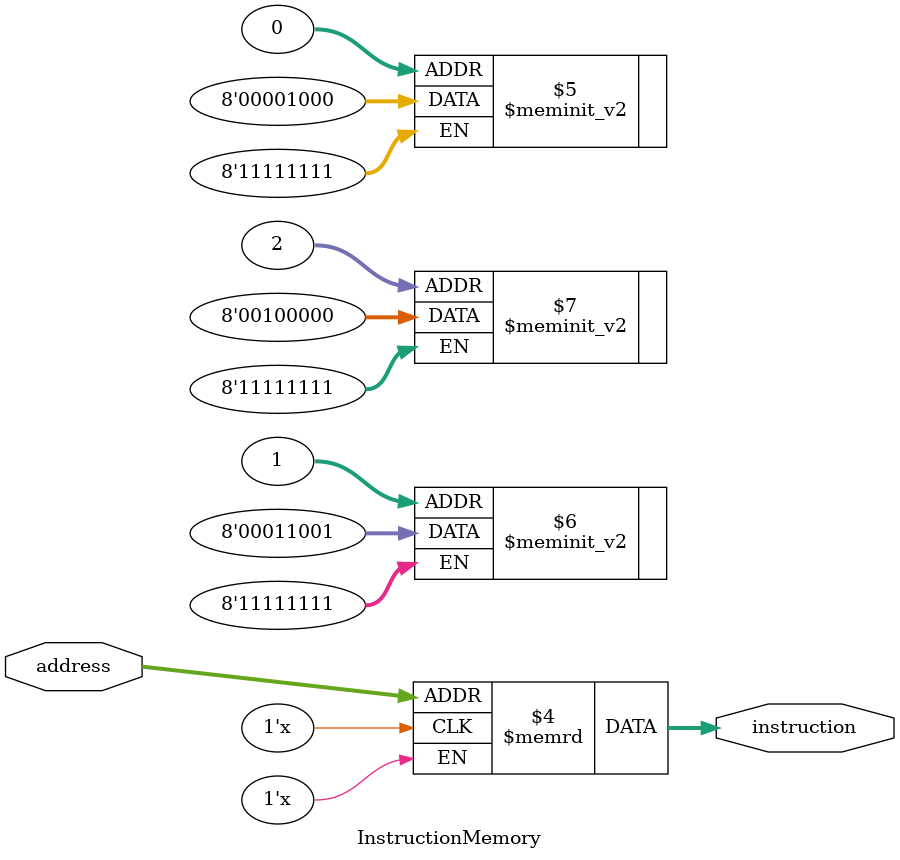
<source format=sv>
`timescale 1ns / 1ps
module InstructionMemory #(parameter ADDR_WIDTH = 8, DATA_WIDTH = 8) (
    input logic [ADDR_WIDTH-1:0] address,
    output logic [DATA_WIDTH-1:0] instruction
);
    logic [DATA_WIDTH-1:0] memory [0:(1<<ADDR_WIDTH)-1];

    initial begin
        memory[0] = 8'b00001000;  // RA = 0
        memory[1] = 8'b00011001;  // RB = 1
        memory[2] = 8'b00100000;  // RO = RA
        // Add more instructions
    end

    assign instruction = memory[address];
endmodule

</source>
